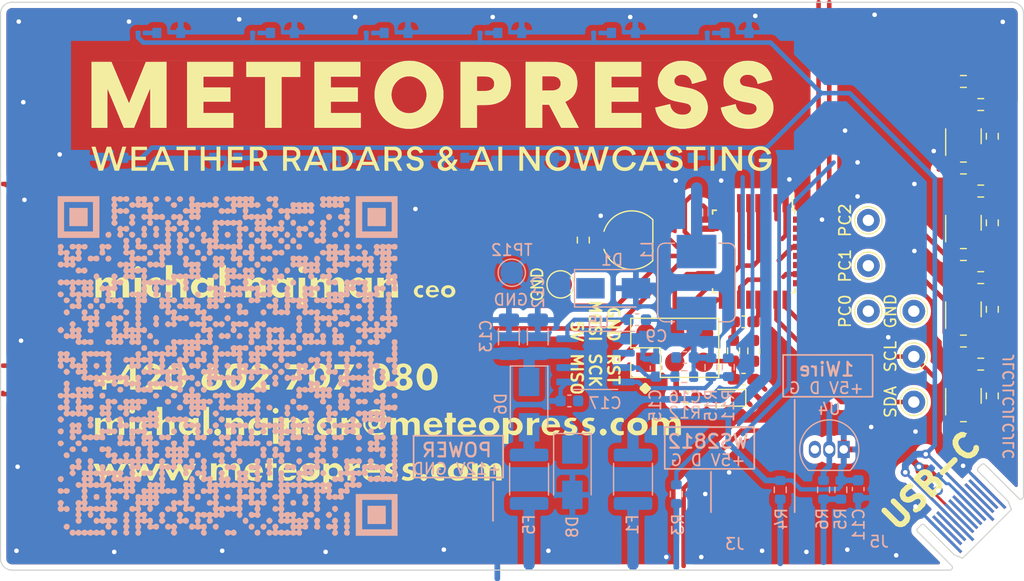
<source format=kicad_pcb>
(kicad_pcb (version 20211014) (generator pcbnew)
  (layers (0 "F.Cu" signal) (31 "B.Cu" signal) (34 "B.Paste" user) (35 "F.Paste" user) (36 "B.SilkS" user "B.Silkscreen") (37 "F.SilkS" user "F.Silkscreen") (38 "B.Mask" user) (39 "F.Mask" user) (44 "Edge.Cuts" user))
  (net 0 "")
  (net 1 "GND")
  (net 2 "Net-(D1-Pad2)")
  (net 3 "Net-(D2-Pad2)")
  (net 4 "Net-(D3-Pad2)")
  (net 5 "Net-(D4-Pad2)")
  (net 6 "Net-(D5-Pad2)")
  (net 7 "Net-(D6-Pad2)")
  (net 8 "Net-(D7-Pad2)")
  (net 9 "Net-(D8-Pad2)")
  (net 10 "Net-(D9-Pad2)")
  (net 11 "Net-(D10-Pad2)")
  (net 12 "+5V")
  (net 27 "Net-(D11-Pad2)")
  (net 28 "Net-(D12-Pad2)")
  (net 29 "Net-(J2-PadA5)")
  (net 30 "Net-(J2-PadB5)")
  (footprint "LED_SMD:LED_0603_1608Metric_Pad1.05x0.95mm_HandSolder" (layer "F.Cu") (at 163.906 134.83 180)
    (fp_text reference "D1" hide)
    (fp_text value "LED")
  )
  (footprint "Resistor_SMD:R_0603_1608Metric_Pad0.98x0.95mm_HandSolder" (layer "F.Cu") (at 151.27 120.94 90)
    (fp_text reference "R14" hide)
    (fp_text value "4k7")
  )
  (footprint "Connector_PinHeader_2.54mm:PinHeader_2x03_P2.54mm_Vertical" (layer "F.Cu") (at 156.777 131.698 90)
    (fp_text reference "J1" hide)
    (fp_text value "AVR-ISP-6")
  )
  (footprint "Package_TO_SOT_SMD:SOT-23" (layer "F.Cu") (at 184.7144 134.659 90)
    (fp_text reference "Q5" hide)
    (fp_text value "MMBT3904")
  )
  (footprint "meteopress:MichalNajman" (layer "F.Cu") (at 134 133)
    (fp_text reference "G***" hide)
    (fp_text value "LOGO" hide)
  )
  (footprint "Resistor_SMD:R_0603_1608Metric_Pad0.98x0.95mm_HandSolder" (layer "F.Cu") (at 164.492 130.6855 90)
    (fp_text reference "R8" hide)
    (fp_text value "4k7")
  )
  (footprint "Package_TO_SOT_THT:TO-92_HandSolder" (layer "F.Cu") (at 155.54 122.21 90)
    (fp_text reference "U2" hide)
    (fp_text value "DS18B20")
  )
  (footprint "Resistor_SMD:R_0603_1608Metric_Pad0.98x0.95mm_HandSolder" (layer "F.Cu") (at 166.27 130.6975 -90)
    (fp_text reference "R9" hide)
    (fp_text value "10k")
  )
  (footprint "Package_TO_SOT_SMD:SOT-23" (layer "F.Cu") (at 184.7144 119.419 90)
    (fp_text reference "Q1" hide)
    (fp_text value "MMBT3904")
  )
  (footprint "meteopress:MeteopressLogo_Bare_Inv_60x6" (layer "F.Cu") (at 138 108.17)
    (fp_text reference "J3" hide)
    (fp_text value "Conn_01x01" hide)
  )
  (footprint "meteopress:TestPoint_THTPad_D2.0mm_Drill1.0mm" (layer "F.Cu") (at 176.35 123.2 -90)
    (fp_text reference "TP28" hide)
    (fp_text value "PC1")
  )
  (footprint "meteopress:TestPoint_THTPad_D2.0mm_Drill1.0mm" (layer "F.Cu") (at 180.35 135.2 -90)
    (fp_text reference "TP3" hide)
    (fp_text value "SDA")
  )
  (footprint "Resistor_SMD:R_0603_1608Metric_Pad0.98x0.95mm_HandSolder" (layer "F.Cu") (at 186.2384 109.005)
    (fp_text reference "R40" hide)
    (fp_text value "100k")
  )
  (footprint "Package_TO_SOT_SMD:SOT-23" (layer "F.Cu") (at 184.7144 127.039 90)
    (fp_text reference "Q3" hide)
    (fp_text value "MMBT3904")
  )
  (footprint "Capacitor_SMD:C_0603_1608Metric_Pad1.08x0.95mm_HandSolder" (layer "F.Cu") (at 165.381 128.14)
    (fp_text reference "C16" hide)
    (fp_text value "100n")
  )
  (footprint "meteopress:TestPoint_THTPad_D2.0mm_Drill1.0mm" (layer "F.Cu") (at 176.35 119.2 -90)
    (fp_text reference "TP29" hide)
    (fp_text value "PC2")
  )
  (footprint "Resistor_SMD:R_0603_1608Metric_Pad0.98x0.95mm_HandSolder" (layer "F.Cu") (at 186.2384 116.625 180)
    (fp_text reference "R22" hide)
    (fp_text value "10k")
  )
  (footprint "meteopress:PCB-USB-C_straight" (layer "F.Cu") (at 186.79 146.81 -135)
    (fp_text reference "J2" hide)
    (fp_text value "USB_C_Receptacle" hide)
    (fp_line (start -4.535 0) (end -4.385 0) (layer "Edge.Cuts") (width 0.1))
    (fp_line (start 4.185 0.2) (end 4.185 4.45) (layer "Edge.Cuts") (width 0.1))
    (fp_line (start 3.345 0.75) (end 3.345 4.45) (layer "Edge.Cuts") (width 0.1))
    (fp_line (start 3.545 4.65) (end 3.985 4.65) (layer "Edge.Cuts") (width 0.1))
    (fp_line (start -3.045 0) (end -3.345 0.75) (layer "Edge.Cuts") (width 0.1))
    (fp_line (start -3.345 0.75) (end -3.345 4.45) (layer "Edge.Cuts") (width 0.1))
    (fp_line (start 4.385 0) (end 4.5 0) (layer "Edge.Cuts") (width 0.1))
    (fp_line (start 3.045 0) (end 3.345 0.75) (layer "Edge.Cuts") (width 0.1))
    (fp_line (start -3.985 4.65) (end -3.545 4.65) (layer "Edge.Cuts") (width 0.1))
    (fp_line (start -3.045 0) (end 3.045 0) (layer "Edge.Cuts") (width 0.1))
    (fp_line (start -4.185 0.2) (end -4.185 4.45) (layer "Edge.Cuts") (width 0.1))
    (fp_arc (start 4.185 4.45) (mid 4.126421 4.591422) (end 3.985 4.65) (layer "Edge.Cuts") (width 0.1))
    (fp_arc (start 3.545 4.65) (mid 3.403578 4.591421) (end 3.345 4.45) (layer "Edge.Cuts") (width 0.1))
    (fp_arc (start -4.385 0) (mid -4.243579 0.058579) (end -4.185 0.2) (layer "Edge.Cuts") (width 0.1))
    (fp_arc (start -3.985 4.65) (mid -4.126421 4.591421) (end -4.185 4.45) (layer "Edge.Cuts") (width 0.1))
    (fp_arc (start 4.185 0.2) (mid 4.243578 0.058579) (end 4.385 0) (layer "Edge.Cuts") (width 0.1))
    (fp_arc (start -3.345 4.45) (mid -3.403579 4.591421) (end -3.545 4.65) (layer "Edge.Cuts") (width 0.1))
  )
  (footprint "Resistor_SMD:R_0603_1608Metric_Pad0.98x0.95mm_HandSolder" (layer "F.Cu") (at 184.7144 114.593)
    (fp_text reference "R41" hide)
    (fp_text value "47k")
  )
  (footprint "meteopress:MeteopressLogo_60x10" (layer "F.Cu") (at 138 110)
    (fp_text reference "G***" hide)
    (fp_text value "LOGO" hide)
  )
  (footprint "meteopress:TestPoint_THTPad_D2.0mm_Drill1.0mm" (layer "F.Cu") (at 180.35 131.2 -90)
    (fp_text reference "TP2" hide)
    (fp_text value "SCL")
  )
  (footprint "Resistor_SMD:R_0603_1608Metric_Pad0.98x0.95mm_HandSolder" (layer "F.Cu") (at 187.2544 127.039 90)
    (fp_text reference "R26" hide)
    (fp_text value "47k")
  )
  (footprint "Resistor_SMD:R_0603_1608Metric_Pad0.98x0.95mm_HandSolder" (layer "F.Cu") (at 187.2544 134.659 -90)
    (fp_text reference "R28" hide)
    (fp_text value "100k")
  )
  (footprint "Capacitor_SMD:C_0603_1608Metric_Pad1.08x0.95mm_HandSolder" (layer "F.Cu") (at 165.37 133.19 180)
    (fp_text reference "C14" hide)
    (fp_text value "1u")
  )
  (footprint "Resistor_SMD:R_0603_1608Metric_Pad0.98x0.95mm_HandSolder" (layer "F.Cu") (at 160.35 134.83 180)
    (fp_text reference "R11" hide)
    (fp_text value "4k7")
  )
  (footprint "Resistor_SMD:R_0603_1608Metric_Pad0.98x0.95mm_HandSolder" (layer "F.Cu") (at 187.2544 119.419 -90)
    (fp_text reference "R20" hide)
    (fp_text value "100k")
  )
  (footprint "meteopress:TestPoint_THTPad_D2.0mm_Drill1.0mm" (layer "F.Cu") (at 180.35 127.2 -90)
    (fp_text reference "TP14" hide)
    (fp_text value "GND")
  )
  (footprint "meteopress:TestPoint_THTPad_D2.0mm_Drill1.0mm" (layer "F.Cu") (at 176.35 127.2 -90)
    (fp_text reference "TP27" hide)
    (fp_text value "PC0")
  )
  (footprint "Resistor_SMD:R_0603_1608Metric_Pad0.98x0.95mm_HandSolder" (layer "F.Cu") (at 184.7144 122.213)
    (fp_text reference "R21" hide)
    (fp_text value "47k")
  )
  (footprint "Resistor_SMD:R_0603_1608Metric_Pad0.98x0.95mm_HandSolder" (layer "F.Cu") (at 186.2384 131.865 180)
    (fp_text reference "R30" hide)
    (fp_text value "10k")
  )
  (footprint "Resistor_SMD:R_0603_1608Metric_Pad0.98x0.95mm_HandSolder" (layer "F.Cu") (at 187.2544 111.799 90)
    (fp_text reference "R42" hide)
    (fp_text value "47k")
  )
  (footprint "Resistor_SMD:R_0603_1608Metric_Pad0.98x0.95mm_HandSolder" (layer "F.Cu") (at 184.7144 129.833)
    (fp_text reference "R25" hide)
    (fp_text value "47k")
  )
  (footprint "Package_QFP:TQFP-32_7x7mm_P0.8mm" (layer "F.Cu") (at 166.27 121.94 -90)
    (fp_text reference "U1" hide)
    (fp_text value "ATmega328P-AU")
  )
  (footprint "meteopress:TestPoint_THTPad_D2.0mm_Drill1.0mm" (layer "F.Cu") (at 149.27 124.84 -90)
    (fp_text reference "TP18" hide)
    (fp_text value "GND")
  )
  (footprint "Resistor_SMD:R_0603_1608Metric_Pad0.98x0.95mm_HandSolder" (layer "F.Cu") (at 186.2384 124.245)
    (fp_text reference "R24" hide)
    (fp_text value "100k")
  )
  (footprint "Package_TO_SOT_SMD:SOT-23" (layer "F.Cu") (at 184.7144 111.799 90)
    (fp_text reference "Q11" hide)
    (fp_text value "MMBT3904")
  )
  (footprint "Resistor_SMD:R_0603_1608Metric_Pad0.98x0.95mm_HandSolder" (layer "F.Cu") (at 184.7144 137.453)
    (fp_text reference "R29" hide)
    (fp_text value "47k")
  )
  (footprint "Resistor_SMD:R_0603_1608Metric_Pad0.98x0.95mm_HandSolder" (layer "F.Cu") (at 184.7144 106.973)
    (fp_text reference "R37" hide)
    (fp_text value "47k")
  )
  (footprint "meteopress:R_0201_woSilk" (layer "B.Cu") (at 122.5 102.7 180)
    (fp_text reference "R11" hide)
    (fp_text value "330")
  )
  (footprint "Resistor_SMD:R_0603_1608Metric" (layer "B.Cu") (at 168.598 142.9315 -90)
    (fp_text reference "R4")
    (fp_text value "150R")
  )
  (footprint "meteopress:R_0201_woSilk" (layer "B.Cu") (at 132.1 113.7)
    (fp_text reference "R3" hide)
    (fp_text value "330")
  )
  (footprint "meteopress:D_0802_side_woSilk" (layer "B.Cu") (at 139.8 113.7)
    (fp_text reference "D4" hide)
    (fp_text value "LED")
  )
  (footprint "meteopress:R_0201_woSilk" (layer "B.Cu") (at 162.5 102.7 180)
    (fp_text reference "R7" hide)
    (fp_text value "330")
  )
  (footprint "meteopress:D_0802_side_woSilk" (layer "B.Cu") (at 124.8 102.7 180)
    (fp_text reference "D11" hide)
    (fp_text value "LED")
  )
  (footprint "meteopress:R_0201_woSilk" (layer "B.Cu") (at 112.1 113.7)
    (fp_text reference "R1" hide)
    (fp_text value "330")
  )
  (footprint "meteopress:D_0802_side_woSilk" (layer "B.Cu") (at 154.8 102.7 180)
    (fp_text reference "D8" hide)
    (fp_text value "LED")
  )
  (footprint "Capacitor_SMD:C_0603_1608Metric" (layer "B.Cu") (at 160.216 131.2815)
    (fp_text reference "C16")
    (fp_text value "22n")
  )
  (footprint "meteopress:R_0201_woSilk" (layer "B.Cu") (at 132.5 102.7 180)
    (fp_text reference "R10" hide)
    (fp_text value "330")
  )
  (footprint "meteopress:R_0201_woSilk" (layer "B.Cu") (at 142.5 102.7 180)
    (fp_text reference "R9" hide)
    (fp_text value "330")
  )
  (footprint "meteopress:R_0201_woSilk" (layer "B.Cu") (at 122.1 113.7)
    (fp_text reference "R2" hide)
    (fp_text value "330")
  )
  (footprint "Capacitor_SMD:C_1206_3216Metric" (layer "B.Cu") (at 144.722 129.4545 90)
    (fp_text reference "C13")
    (fp_text value "4u7/50V")
  )
  (footprint "meteopress:D_0402_woSilk" (layer "B.Cu") (at 181.4 142.2 -45)
    (fp_text reference "R43" hide)
    (fp_text value "5k1")
  )
  (footprint "Package_TO_SOT_THT:TO-92_Inline" (layer "B.Cu") (at 174.182445 139.374398 180)
    (fp_text reference "U4")
    (fp_text value "DS18B20")
  )
  (footprint "Resistor_SMD:R_0603_1608Metric" (layer "B.Cu") (at 172.408 142.9305 90)
    (fp_text reference "R6")
    (fp_text value "330R")
  )
  (footprint "Capacitor_SMD:C_1206_3216Metric" (layer "B.Cu") (at 147.262 129.4545 90)
    (fp_text reference "C12")
    (fp_text value "4u7/50V")
  )
  (footprint "Diode_SMD:D_SMA" (layer "B.Cu") (at 146.5 135.428 -90)
    (fp_text reference "D6")
    (fp_text value "D_Schottky")
  )
  (footprint "meteopress:D_0802_side_woSilk" (layer "B.Cu") (at 134.8 102.7 180)
    (fp_text reference "D10" hide)
    (fp_text value "LED")
  )
  (footprint "Resistor_SMD:R_0603_1608Metric" (layer "B.Cu") (at 160.153 132.9615 180)
    (fp_text reference "R12")
    (fp_text value "100R")
  )
  (footprint "meteopress:D_0802_side_woSilk" (layer "B.Cu") (at 129.8 113.7)
    (fp_text reference "D3" hide)
    (fp_text value "LED")
  )
  (footprint "meteopress:R_0201_woSilk" (layer "B.Cu") (at 152.1 113.7)
    (fp_text reference "R5" hide)
    (fp_text value "330")
  )
  (footprint "Diode_SMD:D_SMA" (layer "B.Cu") (at 153.898 125.1855)
    (fp_text reference "D1")
    (fp_text value "SS14")
  )
  (footprint "meteopress:vCard_MichalNajman_30" (layer "B.Cu") (at 120 132 180)
    (fp_text reference "G***" hide)
    (fp_text value "LOGO" hide)
  )
  (footprint "meteopress:R_0201_woSilk" (layer "B.Cu") (at 152.5 102.7 180)
    (fp_text reference "R8" hide)
    (fp_text value "330")
  )
  (footprint "Capacitor_SMD:C_0603_1608Metric" (layer "B.Cu") (at 156.012 127.9535 180)
    (fp_text reference "C9")
    (fp_text value "100n")
  )
  (footprint "Fuse:Fuse_1812_4532Metric" (layer "B.Cu") (at 146.5 142 90)
    (fp_text reference "F5")
    (fp_text value "1A")
  )
  (footprint "TestPoint:TestPoint_THTPad_D2.0mm_Drill1.0mm" (layer "B.Cu") (at 144.976 123.8175 180)
    (fp_text reference "TP12")
    (fp_text value "GND")
  )
  (footprint "meteopress:D_0802_side_woSilk" (layer "B.Cu") (at 144.8 102.7 180)
    (fp_text reference "D9" hide)
    (fp_text value "LED")
  )
  (footprint "Resistor_SMD:R_0603_1608Metric" (layer "B.Cu") (at 164.026 132.1365 -90)
    (fp_text reference "R11")
    (fp_text value "10k")
  )
  (footprint "meteopress:D_0802_side_woSilk" (layer "B.Cu") (at 114.8 102.7 180)
    (fp_text reference "D12" hide)
    (fp_text value "LED")
  )
  (footprint "meteopress:D_0802_side_woSilk" (layer "B.Cu") (at 109.8 113.7)
    (fp_text reference "D1" hide)
    (fp_text value "LED")
  )
  (footprint "Inductor_SMD:L_Bourns_SRP7028A_7.3x6.6mm" (layer "B.Cu") (at 161.232 124.6775 90)
    (fp_text reference "L1")
    (fp_text value "47u")
  )
  (footprint "meteopress:R_0201_woSilk" (layer "B.Cu") (at 162.1 113.7)
    (fp_text reference "R6" hide)
    (fp_text value "330")
  )
  (footprint "meteopress:R_0201_woSilk" (layer "B.Cu") (at 142.1 113.7)
    (fp_text reference "R4" hide)
    (fp_text value "330")
  )
  (footprint "Capacitor_SMD:C_0603_1608Metric" (layer "B.Cu") (at 157.676 132.1865 90)
    (fp_text reference "C15")
    (fp_text value "8.2n")
  )
  (footprint "Fuse:Fuse_1812_4532Metric" (layer "B.Cu") (at 155.644 142 -90)
    (fp_text reference "F1")
    (fp_text value "0.5A")
  )
  (footprint "Resistor_SMD:R_0603_1608Metric" (layer "B.Cu") (at 159.454 143.3125 -90)
    (fp_text reference "R3")
    (fp_text value "330R")
  )
  (footprint "Diode_SMD:D_SMA" (layer "B.Cu") (at 150.31 141.3755 -90)
    (fp_text reference "D8")
    (fp_text value "TVS")
  )
  (footprint "meteopress:D_0402_woSilk" (layer "B.Cu") (at 182.2 141.4 -45)
    (fp_text reference "R42" hide)
    (fp_text value "5k1")
  )
  (footprint "meteopress:D_0802_side_woSilk" (layer "B.Cu") (at 149.8 113.7)
    (fp_text reference "D5" hide)
    (fp_text value "LED")
  )
  (footprint "Resistor_SMD:R_0603_1608Metric" (layer "B.Cu") (at 173.932 142.9315 -90)
    (fp_text reference "R5")
    (fp_text value "22k")
  )
  (footprint "Capacitor_SMD:C_0603_1608Metric" (layer "B.Cu") (at 175.456 142.8675 -90)
    (fp_text reference "C11")
    (fp_text value "100n")
  )
  (footprint "Capacitor_SMD:C_0603_1608Metric" (layer "B.Cu") (at 150.043 135.1045 180)
    (fp_text reference "C17")
    (fp_text value "8.2n")
  )
  (footprint "meteopress:D_0802_side_woSilk" (layer "B.Cu") (at 119.8 113.7)
    (fp_text reference "D2" hide)
    (fp_text value "LED")
  )
  (footprint "meteopress:D_0802_side_woSilk" (layer "B.Cu") (at 164.8 102.7 180)
    (fp_text reference "D7" hide)
    (fp_text value "LED")
  )
  (footprint "meteopress:D_0802_side_woSilk" (layer "B.Cu") (at 159.8 113.7)
    (fp_text reference "D6" hide)
    (fp_text value "LED")
  )
  (footprint "meteopress:R_0201_woSilk" (layer "B.Cu") (at 112.42 102.7 180)
    (fp_text reference "R12" hide)
    (fp_text value "330")
  )
  (footprint "Resistor_SMD:R_0603_1608Metric" (layer "B.Cu") (at 162.502 132.1365 90)
    (fp_text reference "R15")
    (fp_text value "1k8")
  )
  (footprint "Package_SO:SOIC-8_3.9x4.9mm_P1.27mm" (layer "B.Cu") (at 152.342 131.5355 180)
    (fp_text reference "U5")
    (fp_text value "TPS54331")
  )
  (gr_rect (start 168.852 131.0565) (end 176.726 134.7395) (layer "B.SilkS") (width 0.15) (fill none))
  (gr_line (start 169.868 134.9935) (end 169.868 144.8995) (layer "B.SilkS") (width 0.15))
  (gr_rect (start 158.438 137.4065) (end 166.312 141.0895) (layer "B.SilkS") (width 0.15) (fill none))
  (gr_line (start 162.502 141.3435) (end 162.502 144.8995) (layer "B.SilkS") (width 0.15))
  (gr_rect (start 136.34 138.1685) (end 144.214 141.8515) (layer "B.SilkS") (width 0.15) (fill none))
  (gr_line (start 143.325 142.2325) (end 143.325 145.6615) (layer "B.SilkS") (width 0.15))
  (gr_line (start 188.999999 100.000001) (end 101 100.000001) (layer "Edge.Cuts") (width 0.1))
  (gr_arc (start 188.999999 100.000001) (mid 189.707106 100.292894) (end 189.999999 101.000001) (layer "Edge.Cuts") (width 0.1))
  (gr_line (start 101.000001 149.999999) (end 183.608019 149.999999) (layer "Edge.Cuts") (width 0.1))
  (gr_arc (start 100 101) (mid 100.292893 100.292893) (end 101 100) (layer "Edge.Cuts") (width 0.1))
  (gr_arc (start 101.000001 149.999999) (mid 100.292894 149.707106) (end 100.000001 148.999999) (layer "Edge.Cuts") (width 0.1))
  (gr_line (start 183.608019 149.999999) (end 183.608019 149.991981) (layer "Edge.Cuts") (width 0.1))
  (gr_line (start 189.999999 143.603271) (end 189.996729 143.603271) (layer "Edge.Cuts") (width 0.1))
  (gr_line (start 100 101) (end 100 148.999999) (layer "Edge.Cuts") (width 0.1))
  (gr_line (start 189.999999 101.000001) (end 189.999999 143.603271) (layer "Edge.Cuts") (width 0.1))
  (gr_text "+12V GND" (at 140.15 141.0895) (layer "B.SilkS") (effects (font (size 1 1)) (justify mirror)))
  (gr_text "+5V D G" (at 172.662 133.9775) (layer "B.SilkS") (effects (font (size 1 1)) (justify mirror)))
  (gr_text "WS2812" (at 162.248 138.6765) (layer "B.SilkS") (effects (font (size 1.2 1.2) (thickness 0.2)) (justify mirror)))
  (gr_text "JLCJLCJLCJLC" (at 188.7 135.6 90) (layer "B.SilkS") (effects (font (size 0.9 0.9) (thickness 0.16)) (justify mirror)))
  (gr_text "J5" (at 177.3 147.5) (layer "B.SilkS") (effects (font (size 1 1)) (justify mirror)))
  (gr_text "J3" (at 164.6 147.7) (layer "B.SilkS") (effects (font (size 1 1)) (justify mirror)))
  (gr_text "GND" (at 144.9 126.2) (layer "B.SilkS") (effects (font (size 1 1)) (justify mirror)))
  (gr_text "POWER" (at 140.15 139.4385) (layer "B.SilkS") (effects (font (size 1.2 1.2) (thickness 0.2)) (justify mirror)))
  (gr_text "1Wire" (at 172.662 132.3265) (layer "B.SilkS") (effects (font (size 1.2 1.2) (thickness 0.2)) (justify mirror)))
  (gr_text "+5V D G" (at 162.248 140.3275) (layer "B.SilkS") (effects (font (size 1 1)) (justify mirror)))
  (gr_text "RST\nSCK\nMISO" (at 152.3 130.8 270) (layer "F.SilkS") (effects (font (size 1 1) (thickness 0.2)) (justify left)))
  (gr_text "." (at 159.188 134 270) (layer "F.SilkS") (effects (font (size 6 6) (thickness 0.4))))
  (gr_text "GND\nMOSI\n5V" (at 152.3 130 270) (layer "F.SilkS") (effects (font (size 1 1) (thickness 0.2)) (justify right)))
  (gr_text "USB-C" (at 181.9 142.163768 45) (layer "F.SilkS") (effects (font (size 2 2) (thickness 0.5))))
  (segment (start 159.4375 134.83) (end 159.4375 131.8185) (width 0.4) (layer "F.Cu") (net 0))
  (segment (start 187.6449 109.499) (end 187.1509 109.005) (width 0.4) (layer "F.Cu") (net 0))
  (segment (start 173.975 135.2) (end 180.35 135.2) (width 0.4) (layer "F.Cu") (net 0))
  (segment (start 168.27 127.94) (end 170.77 130.44) (width 0.4) (layer "F.Cu") (net 0))
  (segment (start 183.0644 129.0955) (end 183.0644 126.2322) (width 0.4) (layer "F.Cu") (net 0))
  (segment (start 162.02 119.94) (end 163.05 119.94) (width 0.4) (layer "F.Cu") (net 0))
  (segment (start 154.213 126.725) (end 155.059 125.879) (width 0.4) (layer "F.Cu") (net 0))
  (segment (start 183.7704 112.7365) (end 185.6269 114.593) (width 0.4) (layer "F.Cu") (net 0))
  (segment (start 187.6449 109.499) (end 189.1182 109.499) (width 0.4) (layer "F.Cu") (net 0))
  (segment (start 169.67 121.54) (end 168.47 122.74) (width 0.4) (layer "F.Cu") (net 0))
  (segment (start 183.8019 106.973) (end 183.102 106.973) (width 0.4) (layer "F.Cu") (net 0))
  (segment (start 172.12 123.14) (end 170.52 123.14) (width 0.4) (layer "F.Cu") (net 0))
  (segment (start 100.4 116) (end 100.5 116.1) (width 0.4) (layer "F.Cu") (net 0))
  (segment (start 163.05 119.94) (end 163.72 119.27) (width 0.4) (layer "F.Cu") (net 0))
  (segment (start 166.27 131.61) (end 164.504 131.61) (width 0.4) (layer "F.Cu") (net 0))
  (segment (start 185.6644 126.343) (end 185.9844 126.023) (width 0.6) (layer "F.Cu") (net 0))
  (segment (start 187.6449 124.739) (end 187.1509 124.245) (width 0.4) (layer "F.Cu") (net 0))
  (segment (start 187.6449 132.359) (end 189.0582 132.359) (width 0.4) (layer "F.Cu") (net 0))
  (segment (start 100.2 134.5) (end 109 134.5) (width 0.4) (layer "F.Cu") (net 0))
  (segment (start 109 134.5) (end 114.775 128.725) (width 0.4) (layer "F.Cu") (net 0))
  (segment (start 167.47 120.0225) (end 167.4695 120.023) (width 0.4) (layer "F.Cu") (net 0))
  (segment (start 173.5375 134.7625) (end 173.975 135.2) (width 0.4) (layer "F.Cu") (net 0))
  (segment (start 153.991 128.725) (end 154.513 128.203) (width 0.4) (layer "F.Cu") (net 0))
  (segment (start 167.47 117.69) (end 167.47 120.0225) (width 0.4) (layer "F.Cu") (net 0))
  (segment (start 167.4695 120.69) (end 167.4695 121.6295) (width 0.4) (layer "F.Cu") (net 0))
  (segment (start 183.7644 127.9765) (end 183.7704 127.9765) (width 0.4) (layer "F.Cu") (net 0))
  (segment (start 173.21 118.81) (end 172.65 118.25) (width 0.4) (layer "F.Cu") (net 0))
  (segment (start 114.775 128.725) (end 153.991 128.725) (width 0.4) (layer "F.Cu") (net 0))
  (segment (start 170.52 123.94) (end 169.11 123.94) (width 0.4) (layer "F.Cu") (net 0))
  (segment (start 174.01 118.52) (end 174.01 119.78) (width 0.4) (layer "F.Cu") (net 0))
  (segment (start 187.7764 136.959) (end 187.2544 136.437) (width 0.4) (layer "F.Cu") (net 0))
  (segment (start 165.755 124.43) (end 167.43 124.43) (width 0.4) (layer "F.Cu") (net 0))
  (segment (start 187.7764 136.959) (end 189.0582 136.959) (width 0.4) (layer "F.Cu") (net 0))
  (segment (start 185.6644 111.103) (end 185.9844 110.783) (width 0.6) (layer "F.Cu") (net 0))
  (segment (start 172.85 123.87) (end 172.12 123.14) (width 0.4) (layer "F.Cu") (net 0))
  (segment (start 107.8 132) (end 113.075 126.725) (width 0.4) (layer "F.Cu") (net 0))
  (segment (start 187.6449 132.359) (end 187.1509 131.865) (width 0.4) (layer "F.Cu") (net 0))
  (segment (start 187.6449 124.739) (end 189.2782 124.739) (width 0.4) (layer "F.Cu") (net 0))
  (segment (start 183.079472 122.213) (end 183.8019 122.213) (width 0.4) (layer "F.Cu") (net 0))
  (segment (start 187.2544 113.577) (end 187.2544 112.7115) (width 0.4) (layer "F.Cu") (net 0))
  (segment (start 170.52 121.54) (end 169.67 121.54) (width 0.4) (layer "F.Cu") (net 0))
  (segment (start 151.1975 120.1) (end 151.27 120.0275) (width 0.4) (layer "F.Cu") (net 0))
  (segment (start 163.031 134.83) (end 161.2625 134.83) (width 0.5) (layer "F.Cu") (net 0))
  (segment (start 164.781 134.83) (end 165.36 134.83) (width 0.4) (layer "F.Cu") (net 0))
  (segment (start 184.7144 117.2365) (end 185.3259 116.625) (width 0.4) (layer "F.Cu") (net 0))
  (segment (start 167.345 127.896793) (end 167.47 127.771793) (width 0.4) (layer "F.Cu") (net 0))
  (segment (start 100.2 116) (end 100.4 116) (width 0.4) (layer "F.Cu") (net 0))
  (segment (start 100.2 134.4) (end 100.2 134.5) (width 0.4) (layer "F.Cu") (net 0))
  (segment (start 100.2 132) (end 107.8 132) (width 0.4) (layer "F.Cu") (net 0))
  (segment (start 185.6644 120.3565) (end 185.6644 118.723) (width 0.6) (layer "F.Cu") (net 0))
  (segment (start 100.5 116.1) (end 125.8 116.1) (width 0.4) (layer "F.Cu") (net 0))
  (segment (start 183.102 106.973) (end 182.35 107.725) (width 0.4) (layer "F.Cu") (net 0))
  (segment (start 129.8 120.1) (end 151.1975 120.1) (width 0.4) (layer "F.Cu") (net 0))
  (segment (start 165.165 137.725) (end 160.097 142.793) (width 0.4) (layer "F.Cu") (net 0))
  (segment (start 160.097 146.913) (end 160.097 142.793) (width 0.4) (layer "F.Cu") (net 0))
  (segment (start 160.385 123.94) (end 162.02 123.94) (width 0.4) (layer "F.Cu") (net 0))
  (segment (start 172.15 118.25) (end 171.97 118.07) (width 0.4) (layer "F.Cu") (net 0))
  (segment (start 183.8019 129.833) (end 183.0644 129.0955) (width 0.4) (layer "F.Cu") (net 0))
  (segment (start 173.05 120.74) (end 170.52 120.74) (width 0.4) (layer "F.Cu") (net 0))
  (segment (start 183.7644 112.7365) (end 183.7704 112.7365) (width 0.4) (layer "F.Cu") (net 0))
  (segment (start 172.85 134.075) (end 173.5375 134.7625) (width 0.4) (layer "F.Cu") (net 0))
  (segment (start 187.7764 114.099) (end 189.1382 114.099) (width 0.4) (layer "F.Cu") (net 0))
  (segment (start 169.07 126.84) (end 170.77 128.54) (width 0.4) (layer "F.Cu") (net 0))
  (segment (start 163.057233 126.19) (end 163.47 126.19) (width 0.4) (layer "F.Cu") (net 0))
  (segment (start 187.2544 109.8895) (end 187.6449 109.499) (width 0.4) (layer "F.Cu") (net 0))
  (segment (start 171.97 118.07) (end 171.97 100) (width 0.4) (layer "F.Cu") (net 0))
  (segment (start 158.928 120.94) (end 159.528 121.54) (width 0.4) (layer "F.Cu") (net 0))
  (segment (start 187.2544 136.437) (end 187.2544 135.5715) (width 0.4) (layer "F.Cu") (net 0))
  (segment (start 187.2544 110.8865) (end 187.2544 109.8895) (width 0.4) (layer "F.Cu") (net 0))
  (segment (start 169.15 137.725) (end 165.165 137.725) (width 0.4) (layer "F.Cu") (net 0))
  (segment (start 183.9 137.5511) (end 183.8019 137.453) (width 0.4) (layer "F.Cu") (net 0))
  (segment (start 166.67 126.19) (end 166.67 127.6095) (width 0.4) (layer "F.Cu") (net 0))
  (segment (start 164.492 131.598) (end 161.957 131.598) (width 0.4) (layer "F.Cu") (net 0))
  (segment (start 187.2544 132.7495) (end 187.6449 132.359) (width 0.4) (layer "F.Cu") (net 0))
  (segment (start 171.595 119.94) (end 171.625 119.97) (width 0.4) (layer "F.Cu") (net 0))
  (segment (start 159.576 123.14) (end 154.513 128.203) (width 0.4) (layer "F.Cu") (net 0))
  (segment (start 167.47 127.771793) (end 167.47 126.19) (width 0.4) (layer "F.Cu") (net 0))
  (segment (start 159.528 121.54) (end 162.02 121.54) (width 0.4) (layer "F.Cu") (net 0))
  (segment (start 183.6699 114.725) (end 183.8019 114.593) (width 0.4) (layer "F.Cu") (net 0))
  (segment (start 170.52 126.29) (end 170.77 126.54) (width 0.4) (layer "F.Cu") (net 0))
  (segment (start 125.8 116.1) (end 129.8 120.1) (width 0.4) (layer "F.Cu") (net 0))
  (segment (start 161.302 126.023) (end 162.02 125.305) (width 0.4) (layer "F.Cu") (net 0))
  (segment (start 165.07 126.19) (end 165.07 125.115) (width 0.4) (layer "F.Cu") (net 0))
  (segment (start 162.02 122.34) (end 158.598 122.34) (width 0.4) (layer "F.Cu") (net 0))
  (segment (start 184.7144 110.8615) (end 184.7144 109.6165) (width 0.4) (layer "F.Cu") (net 0))
  (segment (start 159.317 131.698) (end 160.567 130.448) (width 0.4) (layer "F.Cu") (net 0))
  (segment (start 171.625 119.97) (end 172.75 119.97) (width 0.4) (layer "F.Cu") (net 0))
  (segment (start 172.75 119.97) (end 173.21 119.51) (width 0.4) (layer "F.Cu") (net 0))
  (segment (start 156.777 129.158) (end 154.47 131.465) (width 0.4) (layer "F.Cu") (net 0))
  (segment (start 187.7764 121.719) (end 189.2582 121.719) (width 0.4) (layer "F.Cu") (net 0))
  (segment (start 172.85 133.125) (end 172.85 132.45) (width 0.4) (layer "F.Cu") (net 0))
  (segment (start 187.2544 126.1265) (end 187.2544 125.1295) (width 0.4) (layer "F.Cu") (net 0))
  (segment (start 161.957 131.598) (end 161.857 131.698) (width 0.4) (layer "F.Cu") (net 0))
  (segment (start 184.7144 126.1015) (end 184.7144 124.8565) (width 0.4) (layer "F.Cu") (net 0))
  (segment (start 154.27 120.94) (end 152.1825 120.94) (width 0.4) (layer "F.Cu") (net 0))
  (segment (start 158.598 122.34) (end 155.059 125.879) (width 0.4) (layer "F.Cu") (net 0))
  (segment (start 168.27 126.19) (end 168.27 127.94) (width 0.4) (layer "F.Cu") (net 0))
  (segment (start 184.7144 109.6165) (end 185.3259 109.005) (width 0.4) (layer "F.Cu") (net 0))
  (segment (start 167.4695 121.6295) (end 167.48 121.64) (width 0.4) (layer "F.Cu") (net 0))
  (segment (start 172.85 132.45) (end 172.85 134.075) (width 0.4) (layer "F.Cu") (net 0))
  (segment (start 187.7764 129.339) (end 187.2544 128.817) (width 0.4) (layer "F.Cu") (net 0))
  (segment (start 154.27 120.94) (end 158.928 120.94) (width 0.4) (layer "F.Cu") (net 0))
  (segment (start 172.85 134.025) (end 169.15 137.725) (width 0.4) (layer "F.Cu") (net 0))
  (segment (start 187.7764 129.339) (end 189.1782 129.339) (width 0.4) (layer "F.Cu") (net 0))
  (segment (start 174.01 119.78) (end 173.05 120.74) (width 0.4) (layer "F.Cu") (net 0))
  (segment (start 160.567 130.448) (end 160.567 128.680233) (width 0.4) (layer "F.Cu") (net 0))
  (segment (start 113.075 126.725) (end 154.213 126.725) (width 0.4) (layer "F.Cu") (net 0))
  (segment (start 187.2544 121.197) (end 187.2544 120.3315) (width 0.4) (layer "F.Cu") (net 0))
  (segment (start 152.1825 120.94) (end 151.27 121.8525) (width 0.4) (layer "F.Cu") (net 0))
  (segment (start 187.2544 117.5095) (end 187.6449 117.119) (width 0.4) (layer "F.Cu") (net 0))
  (segment (start 162.02 125.305) (end 162.02 124.74) (width 0.4) (layer "F.Cu") (net 0))
  (segment (start 183.7704 120.3565) (end 185.6269 122.213) (width 0.4) (layer "F.Cu") (net 0))
  (segment (start 185.6644 112.7365) (end 185.6644 111.103) (width 0.6) (layer "F.Cu") (net 0))
  (segment (start 187.2544 118.5065) (end 187.2544 117.5095) (width 0.4) (layer "F.Cu") (net 0))
  (segment (start 159.317 129.158) (end 159.317 125.008) (width 0.4) (layer "F.Cu") (net 0))
  (segment (start 187.6449 117.119) (end 189.1982 117.119) (width 0.4) (layer "F.Cu") (net 0))
  (segment (start 183.7704 127.9765) (end 185.6269 129.833) (width 0.4) (layer "F.Cu") (net 0))
  (segment (start 165.07 125.115) (end 165.755 124.43) (width 0.4) (layer "F.Cu") (net 0))
  (segment (start 170.52 124.74) (end 170.52 126.29) (width 0.4) (layer "F.Cu") (net 0))
  (segment (start 172.91 100) (end 172.91 117.42) (width 0.4) (layer "F.Cu") (net 0))
  (segment (start 165.36 134.83) (end 165.97 135.44) (width 0.4) (layer "F.Cu") (net 0))
  (segment (start 183.0644 126.2322) (end 180.6 123.7678) (width 0.4) (layer "F.Cu") (net 0))
  (segment (start 183.9 138.825) (end 183.9 137.5511) (width 0.4) (layer "F.Cu") (net 0))
  (segment (start 164.5075 131.6135) (end 164.492 131.598) (width 0.4) (layer "F.Cu") (net 0))
  (segment (start 173.21 119.51) (end 173.21 118.81) (width 0.4) (layer "F.Cu") (net 0))
  (segment (start 159.317 125.008) (end 160.385 123.94) (width 0.4) (layer "F.Cu") (net 0))
  (segment (start 184.7144 133.7215) (end 184.7144 132.4765) (width 0.4) (layer "F.Cu") (net 0))
  (segment (start 167.39491 127.946703) (end 167.345 127.896793) (width 0.4) (layer "F.Cu") (net 0))
  (segment (start 151.32 121.915) (end 148.92 124.315) (width 0.4) (layer "F.Cu") (net 0))
  (segment (start 159.4375 131.8185) (end 159.317 131.698) (width 0.4) (layer "F.Cu") (net 0))
  (segment (start 170.52 119.94) (end 171.595 119.94) (width 0.4) (layer "F.Cu") (net 0))
  (segment (start 167.4695 120.023) (end 167.4695 120.69) (width 0.4) (layer "F.Cu") (net 0))
  (segment (start 187.2544 125.1295) (end 187.6449 124.739) (width 0.4) (layer "F.Cu") (net 0))
  (segment (start 185.6644 135.5965) (end 185.6644 133.963) (width 0.6) (layer "F.Cu") (net 0))
  (segment (start 184.7144 132.4765) (end 185.3259 131.865) (width 0.4) (layer "F.Cu") (net 0))
  (segment (start 172.85 134.075) (end 172.85 133.125) (width 0.4) (layer "F.Cu") (net 0))
  (segment (start 182.55 114.725) (end 183.6699 114.725) (width 0.4) (layer "F.Cu") (net 0))
  (segment (start 183.7704 135.5965) (end 185.6269 137.453) (width 0.4) (layer "F.Cu") (net 0))
  (segment (start 185.6644 127.9765) (end 185.6644 126.343) (width 0.6) (layer "F.Cu") (net 0))
  (segment (start 187.7764 121.719) (end 187.2544 121.197) (width 0.4) (layer "F.Cu") (net 0))
  (segment (start 172.85 133.125) (end 172.85 134.025) (width 0.4) (layer "F.Cu") (net 0))
  (segment (start 160.567 128.680233) (end 163.057233 126.19) (width 0.4) (layer "F.Cu") (net 0))
  (segment (start 160.097 146.913) (end 160.097 149.639) (width 0.4) (layer "F.Cu") (net 0))
  (segment (start 164.5075 133.19) (end 164.5075 131.6135) (width 0.4) (layer "F.Cu") (net 0))
  (segment (start 172.91 117.42) (end 174.01 118.52) (width 0.4) (layer "F.Cu") (net 0))
  (segment (start 180.700736 119.834264) (end 183.079472 122.213) (width 0.4) (layer "F.Cu") (net 0))
  (segment (start 172.65 118.25) (end 172.15 118.25) (width 0.4) (layer "F.Cu") (net 0))
  (segment (start 183.7644 120.3565) (end 183.7704 120.3565) (width 0.4) (layer "F.Cu") (net 0))
  (segment (start 166.67 127.6095) (end 166.2435 128.036) (width 0.4) (layer "F.Cu") (net 0))
  (segment (start 184.7144 124.8565) (end 185.3259 124.245) (width 0.4) (layer "F.Cu") (net 0))
  (segment (start 164.504 131.61) (end 164.492 131.598) (width 0.4) (layer "F.Cu") (net 0))
  (segment (start 187.6449 117.119) (end 187.1509 116.625) (width 0.4) (layer "F.Cu") (net 0))
  (segment (start 187.7764 114.099) (end 187.2544 113.577) (width 0.4) (layer "F.Cu") (net 0))
  (segment (start 187.2544 128.817) (end 187.2544 127.9515) (width 0.4) (layer "F.Cu") (net 0))
  (segment (start 162.02 119.94) (end 163.07 119.94) (width 0.4) (layer "F.Cu") (net 0))
  (segment (start 159.4375 134.83) (end 159.4375 132.2185) (width 0.5) (layer "F.Cu") (net 0))
  (segment (start 184.7144 118.4815) (end 184.7144 117.2365) (width 0.4) (layer "F.Cu") (net 0))
  (segment (start 169.07 126.19) (end 169.07 126.84) (width 0.4) (layer "F.Cu") (net 0))
  (segment (start 187.2544 133.7465) (end 187.2544 132.7495) (width 0.4) (layer "F.Cu") (net 0))
  (segment (start 162.02 123.14) (end 159.576 123.14) (width 0.4) (layer "F.Cu") (net 0))
  (segment (start 172.85 132.45) (end 172.85 123.87) (width 0.4) (layer "F.Cu") (net 0))
  (segment (start 185.6644 133.963) (end 185.9844 133.643) (width 0.6) (layer "F.Cu") (net 0))
  (segment (start 169.11 123.94) (end 168.87 124.18) (width 0.4) (layer "F.Cu") (net 0))
  (segment (start 185.6644 118.723) (end 185.9844 118.403) (width 0.6) (layer "F.Cu") (net 0))
  (segment (start 183.7644 135.5965) (end 183.7704 135.5965) (width 0.4) (layer "F.Cu") (net 0))
  (segment (start 172.408 141.3435) (end 172.916 140.8355) (width 0.5) (layer "B.Cu") (net 0))
  (segment (start 172.408 147.555) (end 172.408 143.7555) (width 0.5) (layer "B.Cu") (net 0))
  (segment (start 164.026 132.9615) (end 162.502 132.9615) (width 0.375) (layer "B.Cu") (net 0))
  (segment (start 172.916 140.8355) (end 172.916 139.2905) (width 0.5) (layer "B.Cu") (net 0))
  (segment (start 173.932 143.7565) (end 172.409 143.7565) (width 0.5) (layer "B.Cu") (net 0))
  (segment (start 156.123 132.1705) (end 156.914 132.9615) (width 0.375) (layer "B.Cu") (net 0))
  (segment (start 161.994 133.9775) (end 162.502 133.4695) (width 0.375) (layer "B.Cu") (net 0))
  (segment (start 155.644 144.1375) (end 155.644 149.499999) (width 1) (layer "B.Cu") (net 0))
  (segment (start 149.867 129.6305) (end 149.867 128.5785) (width 0.375) (layer "B.Cu") (net 0))
  (segment (start 156.123 133.4405) (end 156.66 133.9775) (width 0.375) (layer "B.Cu") (net 0))
  (segment (start 169.36 133.9775) (end 165.296 138.0415) (width 0.375) (layer "B.Cu") (net 0))
  (segment (start 172.409 143.7565) (end 172.408 143.7555) (width 0.5) (layer "B.Cu") (net 0))
  (segment (start 155.644 147.5665) (end 155.644 144.1375) (width 1) (layer "B.Cu") (net 0))
  (segment (start 173.5175 135.595) (end 172.916 136.1965) (width 0.5) (layer "B.Cu") (net 0))
  (segment (start 172.408 142.1055) (end 172.408 141.3435) (width 0.5) (layer "B.Cu") (net 0))
  (segment (start 168.598 143.7565) (end 168.598 147.555) (width 0.5) (layer "B.Cu") (net 0))
  (segment (start 159.328 132.9615) (end 157.676 132.9615) (width 0.375) (layer "B.Cu") (net 0))
  (segment (start 159.454 141.3435) (end 159.454 142.4875) (width 0.375) (layer "B.Cu") (net 0))
  (segment (start 146.5 144.1375) (end 146.5 149.499999) (width 1) (layer "B.Cu") (net 0))
  (segment (start 159.454 144.1375) (end 159.454 149.746) (width 0.5) (layer "B.Cu") (net 0))
  (segment (start 155.237 127.9535) (end 154.192 127.9535) (width 0.375) (layer "B.Cu") (net 0))
  (segment (start 172.916 136.1965) (end 172.916 139.2905) (width 0.5) (layer "B.Cu") (net 0))
  (segment (start 156.914 132.9615) (end 157.676 132.9615) (width 0.375) (layer "B.Cu") (net 0))
  (segment (start 154.817 132.1705) (end 156.123 132.1705) (width 0.375) (layer "B.Cu") (net 0))
  (segment (start 169.36 133.9775) (end 169.36 118.04) (width 0.375) (layer "B.Cu") (net 0))
  (segment (start 169.36 118.04) (end 173.3 114.1) (width 0.375) (layer "B.Cu") (net 0))
  (segment (start 159.454 147.5665) (end 159.454 144.1375) (width 0.5) (layer "B.Cu") (net 0))
  (segment (start 162.756 138.0415) (end 159.454 141.3435) (width 0.375) (layer "B.Cu") (net 0))
  (segment (start 159.454 149.746) (end 159.450001 149.749999) (width 0.5) (layer "B.Cu") (net 0))
  (segment (start 156.66 133.9775) (end 161.994 133.9775) (width 0.375) (layer "B.Cu") (net 0))
  (segment (start 155.237 127.9535) (end 150.492 127.9535) (width 0.375) (layer "B.Cu") (net 0))
  (segment (start 162.502 133.4695) (end 162.502 132.9615) (width 0.375) (layer "B.Cu") (net 0))
  (segment (start 168.598 149.402) (end 168.6 149.404) (width 0.5) (layer "B.Cu") (net 0))
  (segment (start 172.408 143.7555) (end 172.408 149.308) (width 0.5) (layer "B.Cu") (net 0))
  (segment (start 168.598 143.7565) (end 168.598 149.402) (width 0.5) (layer "B.Cu") (net 0))
  (segment (start 150.492 127.9535) (end 149.867 128.5785) (width 0.375) (layer "B.Cu") (net 0))
  (segment (start 154.817 133.4405) (end 156.123 133.4405) (width 0.375) (layer "B.Cu") (net 0))
  (segment (start 167.83 111.58) (end 168.39 111.02) (width 0.8) (layer "F.Cu") (net 1))
  (segment (start 187.002132 143.133045) (end 184.684543 140.815457) (width 0.25) (layer "F.Cu") (net 1))
  (segment (start 164.27 126.19) (end 164.27 123.99) (width 0.4) (layer "F.Cu") (net 1))
  (segment (start 168.39 105.05) (end 168.1 104.76) (width 0.8) (layer "F.Cu") (net 1))
  (segment (start 107.600673 110.958025) (end 107.600673 103.090673) (width 0.8) (layer "F.Cu") (net 1))
  (segment (start 107.87 111.58) (end 167.83 111.58) (width 0.8) (layer "F.Cu") (net 1))
  (segment (start 107.600673 111.310673) (end 107.600673 110.958025) (width 0.8) (layer "F.Cu") (net 1))
  (segment (start 166.67 122.76) (end 166.24 123.19) (width 0.4) (layer "F.Cu") (net 1))
  (segment (start 164.27 123.99) (end 165.07 123.19) (width 0.4) (layer "F.Cu") (net 1))
  (segment (start 166.67 117.69) (end 166.67 122.76) (width 0.4) (layer "F.Cu") (net 1))
  (segment (start 164.492 128.0625) (end 164.5185 128.036) (width 0.4) (layer "F.Cu") (net 1))
  (segment (start 170.52 119.14) (end 172.27 119.14) (width 0.4) (layer "F.Cu") (net 1))
  (segment (start 168.39 111.02) (end 168.39 105.05) (width 0.8) (layer "F.Cu") (net 1))
  (segment (start 165.07 117.69) (end 165.07 123.19) (width 0.4) (layer "F.Cu") (net 1))
  (segment (start 106.73 104.76) (end 103.67 101.7) (width 0.8) (layer "F.Cu") (net 1))
  (segment (start 164.27 127.7875) (end 164.5185 128.036) (width 0.4) (layer "F.Cu") (net 1))
  (segment (start 183.113045 147.013045) (end 180.5 144.4) (width 0.25) (layer "F.Cu") (net 1))
  (segment (start 164.492 129.773) (end 164.492 128.0625) (width 0.4) (layer "F.Cu") (net 1))
  (segment (start 103.67 101.7) (end 101.6 101.7) (width 0.8) (layer "F.Cu") (net 1))
  (segment (start 168.1 104.76) (end 106.73 104.76) (width 0.8) (layer "F.Cu") (net 1))
  (segment (start 107.87 111.58) (end 107.600673 111.310673) (width 0.8) (layer "F.Cu") (net 1))
  (segment (start 166.24 123.19) (end 165.07 123.19) (width 0.4) (layer "F.Cu") (net 1))
  (segment (start 184.684543 140.815457) (end 184.662855 140.793768) (width 0.25) (layer "F.Cu") (net 1))
  (segment (start 183.113045 147.022132) (end 183.113045 147.013045) (width 0.25) (layer "F.Cu") (net 1))
  (segment (start 164.27 126.19) (end 164.27 127.7875) (width 0.4) (layer "F.Cu") (net 1))
  (via (at 158.575 148.85) (size 0.8) (drill 0.4) (layers "F.Cu" "B.Cu") (net 1))
  (via (at 188.175 101.725) (size 0.8) (drill 0.4) (layers "F.Cu" "B.Cu") (net 1))
  (via (at 175.4 114.1) (size 0.8) (drill 0.4) (layers "F.Cu" "B.Cu") (net 1))
  (via (at 163.4 115.7) (size 0.8) (drill 0.4) (layers "F.Cu" "B.Cu") (net 1))
  (via (at 119.5 148.3) (size 0.8) (drill 0.4) (layers "F.Cu" "B.Cu") (net 1))
  (via (at 182.1 113.1) (size 0.8) (drill 0.4) (layers "F.Cu" "B.Cu") (net 1))
  (via (at 174.3 111.3) (size 0.8) (drill 0.4) (layers "F.Cu" "B.Cu") (net 1))
  (via (at 136.5 118.2) (size 0.8) (drill 0.4) (layers "F.Cu" "B.Cu") (net 1))
  (via (at 178.1 129.5) (size 0.8) (drill 0.4) (layers "F.Cu" "B.Cu") (net 1))
  (via (at 180.4 116) (size 0.8) (drill 0.4) (layers "F.Cu" "B.Cu") (net 1))
  (via (at 159.4 115.7) (size 0.8) (drill 0.4) (layers "F.Cu" "B.Cu") (net 1))
  (via (at 174.5 148.2) (size 0.8) (drill 0.4) (layers "F.Cu" "B.Cu") (net 1))
  (via (at 102.1 117.4) (size 0.8) (drill 0.4) (layers "F.Cu" "B.Cu") (net 1))
  (via (at 162 143.3) (size 0.8) (drill 0.4) (layers "F.Cu" "B.Cu") (net 1))
  (via (at 110 148.4) (size 0.8) (drill 0.4) (layers "F.Cu" "B.Cu") (net 1))
  (via (at 180.4 121.9) (size 0.8) (drill 0.4) (layers "F.Cu" "B.Cu") (net 1))
  (via (at 105.2 113.4) (size 0.8) (drill 0.4) (layers "F.Cu" "B.Cu") (net 1))
  (via (at 101.6 101.7) (size 0.8) (drill 0.4) (layers "F.Cu" "B.Cu") (net 1))
  (via (at 131.2 101.3) (size 0.8) (drill 0.4) (layers "F.Cu" "B.Cu") (net 1))
  (via (at 184.684543 140.815457) (size 0.8) (drill 0.4) (layers "F.Cu" "B.Cu") (net 1))
  (via (at 128.6 148.4) (size 0.8) (drill 0.4) (layers "F.Cu" "B.Cu") (net 1))
  (via (at 161.65 148.85) (size 0.8) (drill 0.4) (layers "F.Cu" "B.Cu") (net 1))
  (via (at 176.6 137.4) (size 0.8) (drill 0.4) (layers "F.Cu" "B.Cu") (net 1))
  (via (at 175.4 117.1) (size 0.8) (drill 0.4) (layers "F.Cu" "B.Cu") (net 1))
  (via (at 121 101.5) (size 0.8) (drill 0.4) (layers "F.Cu" "B.Cu") (net 1))
  (via (at 180.8 140.9) (size 0.8) (drill 0.4) (layers "F.Cu" "B.Cu") (net 1))
  (via (at 102 108.8) (size 0.8) (drill 0.4) (layers "F.Cu" "B.Cu") (net 1))
  (via (at 111.3 101.7) (size 0.8) (drill 0.4) (layers "F.Cu" "B.Cu") (net 1))
  (via (at 178.8 148.7) (size 0.8) (drill 0.4) (layers "F.Cu" "B.Cu") (net 1))
  (via (at 167 148.3) (size 0.8) (drill 0.4) (layers "F.Cu" "B.Cu") (net 1))
  (via (at 143.3 101.3) (size 0.8) (drill 0.4) (layers "F.Cu" "B.Cu") (net 1))
  (via (at 155.4 101.3) (size 0.8) (drill 0.4) (layers "F.Cu" "B.Cu") (net 1))
  (via (at 180.5 137.8) (size 0.8) (drill 0.4) (layers "F.Cu" "B.Cu") (net 1))
  (via (at 152.8 118.8) (size 0.8) (drill 0.4) (layers "F.Cu" "B.Cu") (net 1))
  (via (at 101.5 140.9) (size 0.8) (drill 0.4) (layers "F.Cu" "B.Cu") (net 1))
  (via (at 176.9 101.1) (size 0.8) (drill 0.4) (layers "F.Cu" "B.Cu") (net 1))
  (via (at 180.5 144.4) (size 0.8) (drill 0.4) (layers "F.Cu" "B.Cu") (net 1))
  (via (at 172.27 119.14) (size 0.8) (drill 0.4) (layers "F.Cu" "B.Cu") (net 1))
  (via (at 101.4 148.3) (size 0.8) (drill 0.4) (layers "F.Cu" "B.Cu") (net 1))
  (via (at 166.4 101.2) (size 0.8) (drill 0.4) (layers "F.Cu" "B.Cu") (net 1))
  (via (at 164.1 141.4) (size 0.8) (drill 0.4) (layers "F.Cu" "B.Cu") (net 1))
  (via (at 139 148.2) (size 0.8) (drill 0.4) (layers "F.Cu" "B.Cu") (net 1))
  (via (at 170.9 148.4) (size 0.8) (drill 0.4) (layers "F.Cu" "B.Cu") (net 1))
  (via (at 101.8 129.8) (size 0.8) (drill 0.4) (layers "F.Cu" "B.Cu") (net 1))
  (via (at 148.2 148.3) (size 0.8) (drill 0.4) (layers "F.Cu" "B.Cu") (net 1))
  (via (at 169.4 115.6) (size 0.8) (drill 0.4) (layers "F.Cu" "B.Cu") (net 1))
  (segment (start 142.944 131.1835) (end 142.944 132.7075) (width 0.5) (layer "B.Cu") (net 1))
  (segment (start 158.946 127.5005) (end 161.134 127.5005) (width 1) (layer "B.Cu") (net 1))
  (segment (start 157.858 127.9535) (end 158.438 127.3735) (width 0.375) (layer "B.Cu") (net 1))
  (segment (start 149.867 130.9005) (end 147.291 130.9005) (width 1) (layer "B.Cu") (net 1))
  (segment (start 187.002132 143.133045) (end 184.662855 140.793768) (width 0.25) (layer "B.Cu") (net 1))
  (segment (start 143.706 133.4695) (end 143.706 150.7415) (width 0.5) (layer "B.Cu") (net 1))
  (segment (start 183.113045 147.022132) (end 180.9 144.809087) (width 0.25) (layer "B.Cu") (net 1))
  (segment (start 144.722 130.9295) (end 146.373 130.9295) (width 1) (layer "B.Cu") (net 1))
  (segment (start 160.499 129.6305) (end 161.232 128.8975) (width 1) (layer "B.Cu") (net 1))
  (segment (start 149.268 135.1045) (end 149.268 134.0395) (width 0.375) (layer "B.Cu") (net 1))
  (segment (start 158.438 127.3735) (end 158.438 126.9925) (width 0.375) (layer "B.Cu") (net 1))
  (segment (start 157.52 125.1855) (end 158.438 126.1035) (width 1) (layer "B.Cu") (net 1))
  (segment (start 160.978 132.9615) (end 160.978 131.2945) (width 0.375) (layer "B.Cu") (net 1))
  (segment (start 149.268 134.0395) (end 149.867 133.4405) (width 0.375) (layer "B.Cu") (net 1))
  (segment (start 143.198 130.9295) (end 137.864 130.9295) (width 1) (layer "B.Cu") (net 1))
  (segment (start 143.198 130.9295) (end 144.722 130.9295) (width 1) (layer "B.Cu") (net 1))
  (segment (start 181.457053 141.457053) (end 180.8 140.8) (width 0.25) (layer "B.Cu") (net 1))
  (segment (start 181.057053 141.857053) (end 181.457053 141.457053) (width 0.25) (layer "B.Cu") (net 1))
  (segment (start 142.944 132.7075) (end 143.706 133.4695) (width 0.5) (layer "B.Cu") (net 1))
  (segment (start 154.817 129.6305) (end 160.499 129.6305) (width 1) (layer "B.Cu") (net 1))
  (segment (start 183.113045 147.022132) (end 180.5 144.409087) (width 0.25) (layer "B.Cu") (net 1))
  (segment (start 161.134 127.5005) (end 161.232 127.4025) (width 1) (layer "B.Cu") (net 1))
  (segment (start 146.373 130.9295) (end 147.262 130.9295) (width 1) (layer "B.Cu") (net 1))
  (segment (start 146.5 131.0565) (end 146.373 130.9295) (width 1) (layer "B.Cu") (net 1))
  (segment (start 160.978 131.2945) (end 160.991 131.2815) (width 0.375) (layer "B.Cu") (net 1))
  (segment (start 181.457053 141.457053) (end 181.857053 141.057053) (width 0.25) (layer "B.Cu") (net 1))
  (segment (start 143.198 130.9295) (end 142.944 131.1835) (width 0.5) (layer "B.Cu") (net 1))
  (segment (start 146.5 133.428) (end 146.5 131.0565) (width 1) (layer "B.Cu") (net 1))
  (segment (start 158.438 126.1035) (end 158.438 126.9925) (width 1) (layer "B.Cu") (net 1))
  (segment (start 161.232 128.8975) (end 161.232 127.4025) (width 1) (layer "B.Cu") (net 1))
  (segment (start 147.291 130.9005) (end 147.262 130.9295) (width 1) (layer "B.Cu") (net 1))
  (segment (start 156.673 127.9535) (end 157.858 127.9535) (width 0.375) (layer "B.Cu") (net 1))
  (segment (start 155.898 125.1855) (end 157.52 125.1855) (width 1) (layer "B.Cu") (net 1))
  (segment (start 158.438 126.9925) (end 158.946 127.5005) (width 1) (layer "B.Cu") (net 1))
  (segment (start 111.78 113.7) (end 110.85 113.7) (width 0.4) (layer "B.Cu") (net 2))
  (segment (start 121.78 113.7) (end 120.85 113.7) (width 0.4) (layer "B.Cu") (net 3))
  (segment (start 131.78 113.7) (end 130.85 113.7) (width 0.4) (layer "B.Cu") (net 4))
  (segment (start 168.27 117.69) (end 168.27 119.0995) (width 0.4) (layer "F.Cu") (net 5))
  (segment (start 169.07 117.69) (end 169.07 119.94) (width 0.4) (layer "F.Cu") (net 5))
  (segment (start 169.07 119.94) (end 169.07 120.53) (width 0.4) (layer "F.Cu") (net 5))
  (segment (start 169.07 120.53) (end 168.76 120.84) (width 0.4) (layer "F.Cu") (net 5))
  (segment (start 141.78 113.7) (end 140.85 113.7) (width 0.4) (layer "B.Cu") (net 5))
  (segment (start 151.78 113.7) (end 150.85 113.7) (width 0.4) (layer "B.Cu") (net 6))
  (segment (start 149.548 136.8985) (end 147.0295 136.8985) (width 1) (layer "B.Cu") (net 7))
  (segment (start 146.5 139.8625) (end 146.5 137.428) (width 1) (layer "B.Cu") (net 7))
  (segment (start 150.31 137.6605) (end 149.548 136.8985) (width 1) (layer "B.Cu") (net 7))
  (segment (start 161.78 113.7) (end 160.85 113.7) (width 0.4) (layer "B.Cu") (net 7))
  (segment (start 150.31 139.3755) (end 150.31 137.6605) (width 1) (layer "B.Cu") (net 7))
  (segment (start 147.0295 136.8985) (end 146.5 137.428) (width 1) (layer "B.Cu") (net 7))
  (segment (start 162.02 119.14) (end 162.02 118.11) (width 0.4) (layer "F.Cu") (net 8))
  (segment (start 162.02 118.11) (end 161.81 117.9) (width 0.4) (layer "F.Cu") (net 8))
  (segment (start 162.82 102.7) (end 163.75 102.7) (width 0.4) (layer "B.Cu") (net 8))
  (segment (start 152.82 102.7) (end 153.75 102.7) (width 0.4) (layer "B.Cu") (net 9))
  (segment (start 142.82 102.7) (end 143.75 102.7) (width 0.4) (layer "B.Cu") (net 10))
  (segment (start 165.87 120.6795) (end 165.87 121.6295) (width 0.4) (layer "F.Cu") (net 11))
  (segment (start 165.87 120.0225) (end 165.87 120.6795) (width 0.4) (layer "F.Cu") (net 11))
  (segment (start 165.87 121.6295) (end 165.8705 121.63) (width 0.4) (layer "F.Cu") (net 11))
  (segment (start 165.87 117.69) (end 165.87 120.0225) (width 0.4) (layer "F.Cu") (net 11))
  (segment (start 132.82 102.7) (end 133.75 102.7) (width 0.4) (layer "B.Cu") (net 11))
  (segment (start 166.2325 133.19) (end 166.37 133.19) (width 0.4) (layer "F.Cu") (net 12))
  (segment (start 160.73 120.74) (end 160.2 120.21) (width 0.4) (layer "F.Cu") (net 12))
  (segment (start 180.35 131.2) (end 174.8 131.2) (width 0.4) (layer "F.Cu") (net 12))
  (segment (start 185.941472 144.193705) (end 181.541535 139.793768) (width 0.25) (layer "F.Cu") (net 12))
  (segment (start 160.2 120.21) (end 160.2 117.61) (width 0.4) (layer "F.Cu") (net 12))
  (segment (start 184.173705 145.961472) (end 179.606001 141.393768) (width 0.25) (layer "F.Cu") (net 12))
  (segment (start 162.02 120.74) (end 160.73 120.74) (width 0.4) (layer "F.Cu") (net 12))
  (segment (start 174.8 131.2) (end 173.6 130) (width 0.4) (layer "F.Cu") (net 12))
  (segment (start 172.42 122.34) (end 170.52 122.34) (width 0.4) (layer "F.Cu") (net 12))
  (segment (start 181.541535 139.793768) (end 181.4 139.793768) (width 0.25) (layer "F.Cu") (net 12))
  (segment (start 173.6 123.52) (end 172.42 122.34) (width 0.4) (layer "F.Cu") (net 12))
  (segment (start 173.6 130) (end 173.6 123.52) (width 0.4) (layer "F.Cu") (net 12))
  (segment (start 160.2 117.61) (end 160.73 117.08) (width 0.4) (layer "F.Cu") (net 12))
  (segment (start 182.123575 132.973575) (end 180.35 131.2) (width 0.4) (layer "F.Cu") (net 12))
  (segment (start 166.37 133.19) (end 167.27 134.09) (width 0.4) (layer "F.Cu") (net 12))
  (via (at 179.6 141.393768) (size 0.8) (drill 0.4) (layers "F.Cu" "B.Cu") (net 12))
  (via (at 181.4 139.793768) (size 0.8) (drill 0.4) (layers "F.Cu" "B.Cu") (net 12))
  (segment (start 169.614 142.1055) (end 168.599 142.1055) (width 0.375) (layer "B.Cu") (net 12))
  (segment (start 181.4 139.793768) (end 181.541535 139.793768) (width 0.25) (layer "B.Cu") (net 12))
  (segment (start 161.245 119.2325) (end 161.245 121.9395) (width 1) (layer "B.Cu") (net 12))
  (segment (start 132.18 103.52) (end 132.15 103.55) (width 0.4) (layer "B.Cu") (net 12))
  (segment (start 167.329 142.1065) (end 164.026 138.8035) (width 0.5) (layer "B.Cu") (net 12))
  (segment (start 122.4 112.8) (end 113.32 112.8) (width 0.4) (layer "B.Cu") (net 12))
  (segment (start 132.15 103.55) (end 122.15 103.55) (width 0.4) (layer "B.Cu") (net 12))
  (segment (start 132.3 112.8) (end 122.4 112.8) (width 0.4) (layer "B.Cu") (net 12))
  (segment (start 113.32 112.8) (end 112.42 113.7) (width 0.4) (layer "B.Cu") (net 12))
  (segment (start 142.42 112.82) (end 142.4 112.8) (width 0.4) (layer "B.Cu") (net 12))
  (segment (start 132.42 112.92) (end 132.3 112.8) (width 0.4) (layer "B.Cu") (net 12))
  (segment (start 164.026 138.8035) (end 164.026 136.2635) (width 0.5) (layer "B.Cu") (net 12))
  (segment (start 172.926151 142.89252) (end 170.40102 142.89252) (width 0.375) (layer "B.Cu") (net 12))
  (segment (start 181.541535 139.793768) (end 185.941472 144.193705) (width 0.25) (layer "B.Cu") (net 12))
  (segment (start 167.4 112.8) (end 162.4 112.8) (width 0.4) (layer "B.Cu") (net 12))
  (segment (start 174.186 140.7085) (end 174.186 139.2905) (width 0.5) (layer "B.Cu") (net 12))
  (segment (start 173.932 142.1065) (end 173.932 142.6135) (width 0.375) (layer "B.Cu") (net 12))
  (segment (start 168.599 142.1055) (end 168.598 142.1065) (width 0.375) (layer "B.Cu") (net 12))
  (segment (start 122.18 102.7) (end 122.18 103.52) (width 0.4) (layer "B.Cu") (net 12))
  (segment (start 167.75 103.55) (end 162.15 103.55) (width 0.4) (layer "B.Cu") (net 12))
  (segment (start 172.2 108) (end 167.4 112.8) (width 0.4) (layer "B.Cu") (net 12))
  (segment (start 167.328 132.9615) (end 164.026 136.2635) (width 1) (layer "B.Cu") (net 12))
  (segment (start 152.15 103.55) (end 142.05 103.55) (width 0.4) (layer "B.Cu") (net 12))
  (segment (start 156.914 136.2635) (end 155.644 137.5335) (width 1) (layer "B.Cu") (net 12))
  (segment (start 165.296 120.5155) (end 165.296 115.404) (width 0.375) (layer "B.Cu") (net 12))
  (segment (start 182.2 115.5) (end 175.2 108.5) (width 0.4) (layer "B.Cu") (net 12))
  (segment (start 162.42 112.82) (end 162.4 112.8) (width 0.4) (layer "B.Cu") (net 12))
  (segment (start 161.245 119.2325) (end 161.245 116.355) (width 1) (layer "B.Cu") (net 12))
  (segment (start 152.4 112.8) (end 142.4 112.8) (width 0.4) (layer "B.Cu") (net 12))
  (segment (start 184.167704 145.961472) (end 179.6 141.393768) (width 0.25) (layer "B.Cu") (net 12))
  (segment (start 170.2 106) (end 167.75 103.55) (width 0.4) (layer "B.Cu") (net 12))
  (segment (start 161.245 121.9395) (end 161.232 121.9525) (width 1) (layer "B.Cu") (net 12))
  (segment (start 162.15 103.55) (end 152.15 103.55) (width 0.4) (layer "B.Cu") (net 12))
  (segment (start 172.951171 142.8675) (end 172.926151 142.89252) (width 0.375) (layer "B.Cu") (net 12))
  (segment (start 112.1 102.7) (end 112.1 103.1) (width 0.4) (layer "B.Cu") (net 12))
  (segment (start 112.1 103.1) (end 112.55 103.55) (width 0.4) (layer "B.Cu") (net 12))
  (segment (start 162.18 103.52) (end 162.15 103.55) (width 0.4) (layer "B.Cu") (net 12))
  (segment (start 142.42 113.7) (end 142.42 112.82) (width 0.4) (layer "B.Cu") (net 12))
  (segment (start 174.7 108) (end 172.2 108) (width 0.4) (layer "B.Cu") (net 12))
  (segment (start 142.18 102.7) (end 142.18 103.42) (width 0.4) (layer "B.Cu") (net 12))
  (segment (start 164.026 129.9135) (end 164.026 131.3115) (width 0.375) (layer "B.Cu") (net 12))
  (segment (start 122.42 112.82) (end 122.4 112.8) (width 0.4) (layer "B.Cu") (net 12))
  (segment (start 122.15 103.55) (end 112.55 103.55) (width 0.4) (layer "B.Cu") (net 12))
  (segment (start 142.4 112.8) (end 132.3 112.8) (width 0.4) (layer "B.Cu") (net 12))
  (segment (start 182.2 115.5) (end 182.2 138.993768) (width 0.4) (layer "B.Cu") (net 12))
  (segment (start 175.2 108.5) (end 174.7 108) (width 0.4) (layer "B.Cu") (net 12))
  (segment (start 122.42 113.7) (end 122.42 112.82) (width 0.4) (layer "B.Cu") (net 12))
  (segment (start 167.328 118.9915) (end 167.328 132.9615) (width 1) (layer "B.Cu") (net 12))
  (segment (start 179.6 140.727207) (end 180.533439 139.793768) (width 0.6) (layer "B.Cu") (net 12))
  (segment (start 170.40102 142.89252) (end 169.614 142.1055) (width 0.375) (layer "B.Cu") (net 12))
  (segment (start 162.4 112.8) (end 152.4 112.8) (width 0.4) (layer "B.Cu") (net 12))
  (segment (start 167.328 118.9915) (end 167.328 113.728) (width 1) (layer "B.Cu") (net 12))
  (segment (start 173.678 142.8675) (end 172.951171 142.8675) (width 0.375) (layer "B.Cu") (net 12))
  (segment (start 184.173705 145.961472) (end 184.167704 145.961472) (width 0.25) (layer "B.Cu") (net 12))
  (segment (start 175.456 142.0925) (end 173.946 142.0925) (width 0.5) (layer "B.Cu") (net 12))
  (segment (start 173.932 140.9625) (end 174.186 140.7085) (width 0.5) (layer "B.Cu") (net 12))
  (segment (start 122.18 103.52) (end 122.15 103.55) (width 0.4) (layer "B.Cu") (net 12))
  (segment (start 164.026 136.2635) (end 156.914 136.2635) (width 1) (layer "B.Cu") (net 12))
  (segment (start 162.18 102.7) (end 162.18 103.52) (width 0.4) (layer "B.Cu") (net 12))
  (segment (start 142.05 103.55) (end 132.15 103.55) (width 0.4) (layer "B.Cu") (net 12))
  (segment (start 173.932 142.6135) (end 173.678 142.8675) (width 0.375) (layer "B.Cu") (net 12))
  (segment (start 162.42 113.7) (end 162.42 112.82) (width 0.4) (layer "B.Cu") (net 12))
  (segment (start 152.18 102.7) (end 152.18 103.52) (width 0.4) (layer "B.Cu") (net 12))
  (segment (start 152.18 103.52) (end 152.15 103.55) (width 0.4) (layer "B.Cu") (net 12))
  (segment (start 152.42 113.7) (end 152.42 112.82) (width 0.4) (layer "B.Cu") (net 12))
  (segment (start 132.18 102.7) (end 132.18 103.52) (width 0.4) (layer "B.Cu") (net 12))
  (segment (start 132.42 113.7) (end 132.42 112.92) (width 0.4) (layer "B.Cu") (net 12))
  (segment (start 142.18 103.42) (end 142.05 103.55) (width 0.4) (layer "B.Cu") (net 12))
  (segment (start 165.296 120.5155) (end 165.296 128.6435) (width 0.375) (layer "B.Cu") (net 12))
  (segment (start 168.598 142.1065) (end 167.329 142.1065) (width 0.5) (layer "B.Cu") (net 12))
  (segment (start 155.644 137.5335) (end 155.644 139.8625) (width 1) (layer "B.Cu") (net 12))
  (segment (start 179.6 141.393768) (end 179.6 140.727207) (width 0.6) (layer "B.Cu") (net 12))
  (segment (start 180.533439 139.793768) (end 181.4 139.793768) (width 0.6) (layer "B.Cu") (net 12))
  (segment (start 182.2 138.993768) (end 181.4 139.793768) (width 0.4) (layer "B.Cu") (net 12))
  (segment (start 165.296 128.6435) (end 164.026 129.9135) (width 0.375) (layer "B.Cu") (net 12))
  (segment (start 172.2 108) (end 170.2 106) (width 0.4) (layer "B.Cu") (net 12))
  (segment (start 173.932 142.1065) (end 173.932 140.9625) (width 0.5) (layer "B.Cu") (net 12))
  (segment (start 152.42 112.82) (end 152.4 112.8) (width 0.4) (layer "B.Cu") (net 12))
  (segment (start 181.4 139.793768) (end 181.2 139.793768) (width 0.4) (layer "B.Cu") (net 12))
  (segment (start 173.946 142.0925) (end 173.932 142.1065) (width 0.5) (layer "B.Cu") (net 12))
  (segment (start 122.82 102.7) (end 123.75 102.7) (width 0.4) (layer "B.Cu") (net 27))
  (segment (start 112.74 102.7) (end 113.75 102.7) (width 0.4) (layer "B.Cu") (net 28))
  (segment (start 182.3 143.38066) (end 182.3 143.2) (width 0.25) (layer "F.Cu") (net 29))
  (segment (start 184.350482 145.431142) (end 184.331142 145.431142) (width 0.25) (layer "F.Cu") (net 29))
  (segment (start 182.3 143.2) (end 182.5 143) (width 0.25) (layer "F.Cu") (net 29))
  (segment (start 182.3 143.38066) (end 184.350482 145.431142) (width 0.25) (layer "F.Cu") (net 29))
  (via (at 182.5 143) (size 0.8) (drill 0.4) (layers "F.Cu" "B.Cu") (net 29))
  (segment (start 182.5 143) (end 182.2 143) (width 0.25) (layer "B.Cu") (net 29))
  (segment (start 182.2 143) (end 181.742947 142.542947) (width 0.25) (layer "B.Cu") (net 29))
  (segment (start 183.2 142.4) (end 182.542947 141.742947) (width 0.25) (layer "B.Cu") (net 30))
  (segment (start 183.44066 142.4) (end 183.2 142.4) (width 0.25) (layer "B.Cu") (net 30))
  (segment (start 185.411142 144.370482) (end 183.44066 142.4) (width 0.25) (layer "B.Cu") (net 30))
  (zone (net 1) (net_name "GND") (layer "F.Cu") (connect_pads (clearance 0.508)) (min_thickness 0.254) (fill yes (thermal_gap 0.508) (thermal_bridge_width 0.508))
    (polygon (pts (xy 190 150) (xy 100 150) (xy 100 100) (xy 190 100)))
  )
  (zone (net 1) (net_name "GND") (layer "B.Cu") (connect_pads (clearance 0.508)) (min_thickness 0.254) (fill yes (thermal_gap 0.508) (thermal_bridge_width 0.508))
    (polygon (pts (xy 190 150) (xy 100 150) (xy 100 100) (xy 190 100)))
  )
  (zone (net 0) (net_name "") (layer "B.Cu") (connect_pads (clearance 0)) (min_thickness 0.254)
    (keepout (tracks allowed) (vias allowed) (pads allowed) (copperpour not_allowed) (footprints allowed))
    (fill (thermal_gap 0.508) (thermal_bridge_width 0.508))
    (polygon (pts (xy 169.8 113) (xy 106.2 113) (xy 106.2 103.4) (xy 169.8 103.4)))
  )
)
</source>
